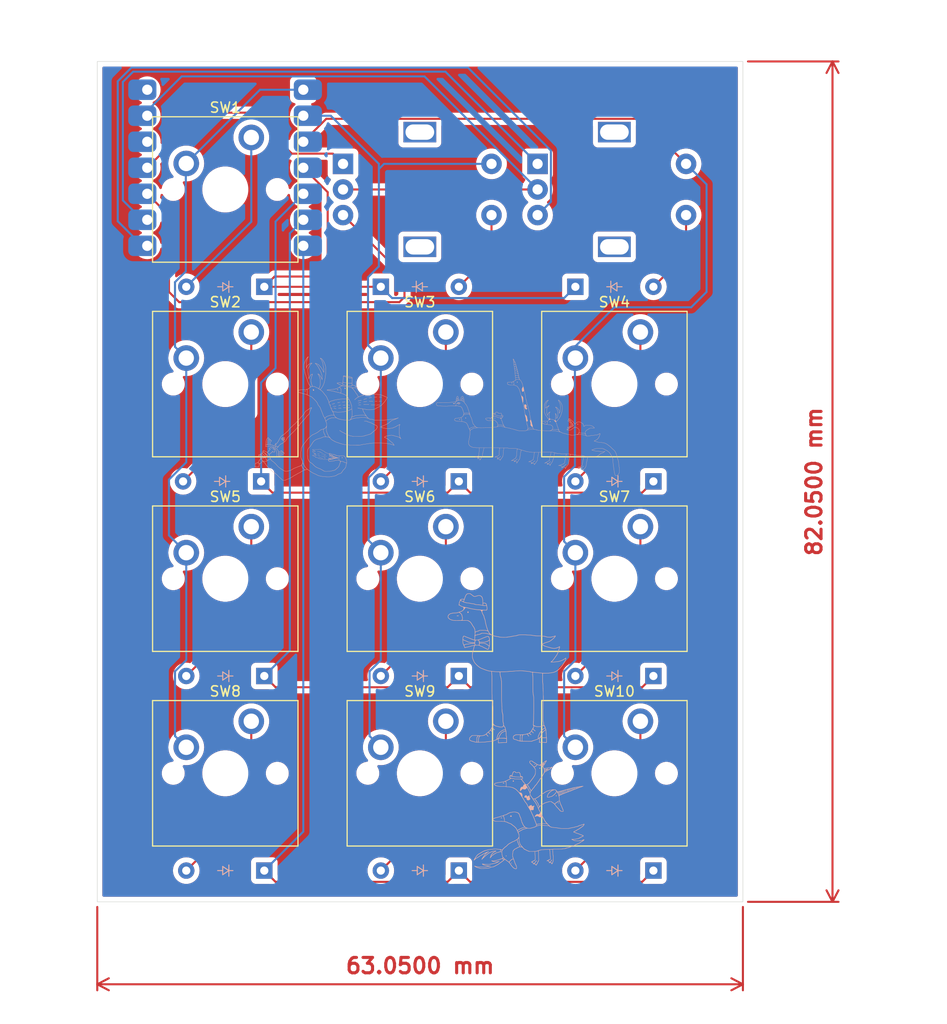
<source format=kicad_pcb>
(kicad_pcb (version 20240108) (generator "pcbnew") (generator_version "8.0")
  (layers (0 "F.Cu" signal) (31 "B.Cu" signal) (34 "B.Paste" user) (35 "F.Paste" user) (36 "B.SilkS" user "B.Silkscreen") (37 "F.SilkS" user "F.Silkscreen") (38 "B.Mask" user) (39 "F.Mask" user) (44 "Edge.Cuts" user))
  (net 0 "")
  (net 1 "Net-(D1-A)")
  (net 2 "ROW0")
  (net 3 "Net-(D2-A)")
  (net 4 "ROW1")
  (net 5 "Net-(D3-A)")
  (net 6 "Net-(D4-A)")
  (net 7 "Net-(D5-A)")
  (net 8 "ROW2")
  (net 9 "Net-(D6-A)")
  (net 10 "Net-(D7-A)")
  (net 11 "Net-(D8-A)")
  (net 12 "ROW3")
  (net 13 "Net-(D9-A)")
  (net 14 "Net-(D12-A)")
  (net 15 "COL0")
  (net 16 "GND")
  (net 18 "VCC")
  (net 19 "1pinS2")
  (net 20 "2pinS2")
  (net 21 "1pinS1")
  (net 22 "2pinS1")
  (net 23 "1pinA")
  (net 24 "1pinB")
  (net 25 "2pinB")
  (net 26 "2pinA")
  (footprint "ScottoKeebs_MX:MX_PCB_1.00u" (layer "F.Cu") (at 53.5 81.75)
    (property "Reference" "SW5" (at 0 -8 0) (layer "F.SilkS"))
    (property "Value" "SW_Push_45deg")
    (pad "" np_thru_hole circle (at -5.08 0) (size 1.75 1.75) (drill 1.75) (layers "*.Cu" "*.Mask"))
    (pad "" np_thru_hole circle (at 0 0) (size 4 4) (drill 4) (layers "*.Cu" "*.Mask"))
    (pad "" np_thru_hole circle (at 5.08 0) (size 1.75 1.75) (drill 1.75) (layers "*.Cu" "*.Mask"))
    (pad "1" thru_hole circle (at -3.81 -2.54) (size 2.5 2.5) (drill 1.5) (layers "*.Cu" "*.Mask") (net 15 "COL0"))
    (pad "2" thru_hole circle (at 2.54 -5.08) (size 2.5 2.5) (drill 1.5) (layers "*.Cu" "*.Mask") (net 7 "Net-(D5-A)"))
  )
  (footprint "ScottoKeebs_MX:MX_PCB_1.00u" (layer "F.Cu") (at 91.5 100.75)
    (property "Reference" "SW10" (at 0 -8 0) (layer "F.SilkS"))
    (property "Value" "SW_Push_45deg")
    (pad "" np_thru_hole circle (at -5.08 0) (size 1.75 1.75) (drill 1.75) (layers "*.Cu" "*.Mask"))
    (pad "" np_thru_hole circle (at 0 0) (size 4 4) (drill 4) (layers "*.Cu" "*.Mask"))
    (pad "" np_thru_hole circle (at 5.08 0) (size 1.75 1.75) (drill 1.75) (layers "*.Cu" "*.Mask"))
    (pad "1" thru_hole circle (at -3.81 -2.54) (size 2.5 2.5) (drill 1.5) (layers "*.Cu" "*.Mask") (net 20 "2pinS2"))
    (pad "2" thru_hole circle (at 2.54 -5.08) (size 2.5 2.5) (drill 1.5) (layers "*.Cu" "*.Mask") (net 14 "Net-(D12-A)"))
  )
  (footprint "ScottoKeebs_MX:MX_PCB_1.00u" (layer "F.Cu") (at 53.5 100.75)
    (property "Reference" "SW8" (at 0 -8 0) (layer "F.SilkS"))
    (property "Value" "SW_Push_45deg")
    (pad "" np_thru_hole circle (at -5.08 0) (size 1.75 1.75) (drill 1.75) (layers "*.Cu" "*.Mask"))
    (pad "" np_thru_hole circle (at 0 0) (size 4 4) (drill 4) (layers "*.Cu" "*.Mask"))
    (pad "" np_thru_hole circle (at 5.08 0) (size 1.75 1.75) (drill 1.75) (layers "*.Cu" "*.Mask"))
    (pad "1" thru_hole circle (at -3.81 -2.54) (size 2.5 2.5) (drill 1.5) (layers "*.Cu" "*.Mask") (net 15 "COL0"))
    (pad "2" thru_hole circle (at 2.54 -5.08) (size 2.5 2.5) (drill 1.5) (layers "*.Cu" "*.Mask") (net 11 "Net-(D8-A)"))
  )
  (footprint "ScottoKeebs_MX:MX_PCB_1.00u" (layer "F.Cu") (at 91.5 81.75)
    (property "Reference" "SW7" (at 0 -8 0) (layer "F.SilkS"))
    (property "Value" "SW_Push_45deg")
    (pad "" np_thru_hole circle (at -5.08 0) (size 1.75 1.75) (drill 1.75) (layers "*.Cu" "*.Mask"))
    (pad "" np_thru_hole circle (at 0 0) (size 4 4) (drill 4) (layers "*.Cu" "*.Mask"))
    (pad "" np_thru_hole circle (at 5.08 0) (size 1.75 1.75) (drill 1.75) (layers "*.Cu" "*.Mask"))
    (pad "1" thru_hole circle (at -3.81 -2.54) (size 2.5 2.5) (drill 1.5) (layers "*.Cu" "*.Mask") (net 20 "2pinS2"))
    (pad "2" thru_hole circle (at 2.54 -5.08) (size 2.5 2.5) (drill 1.5) (layers "*.Cu" "*.Mask") (net 10 "Net-(D7-A)"))
  )
  (footprint "ScottoKeebs_MX:MX_PCB_1.00u" (layer "F.Cu") (at 53.5 62.75)
    (property "Reference" "SW2" (at 0 -8 0) (layer "F.SilkS"))
    (property "Value" "SW_Push_45deg")
    (pad "" np_thru_hole circle (at -5.08 0) (size 1.75 1.75) (drill 1.75) (layers "*.Cu" "*.Mask"))
    (pad "" np_thru_hole circle (at 0 0) (size 4 4) (drill 4) (layers "*.Cu" "*.Mask"))
    (pad "" np_thru_hole circle (at 5.08 0) (size 1.75 1.75) (drill 1.75) (layers "*.Cu" "*.Mask"))
    (pad "1" thru_hole circle (at -3.81 -2.54) (size 2.5 2.5) (drill 1.5) (layers "*.Cu" "*.Mask") (net 15 "COL0"))
    (pad "2" thru_hole circle (at 2.54 -5.08) (size 2.5 2.5) (drill 1.5) (layers "*.Cu" "*.Mask") (net 3 "Net-(D2-A)"))
  )
  (footprint "ScottoKeebs_MX:MX_PCB_1.00u" (layer "F.Cu") (at 72.5 81.75)
    (property "Reference" "SW6" (at 0 -8 0) (layer "F.SilkS"))
    (property "Value" "SW_Push_45deg")
    (pad "" np_thru_hole circle (at -5.08 0) (size 1.75 1.75) (drill 1.75) (layers "*.Cu" "*.Mask"))
    (pad "" np_thru_hole circle (at 0 0) (size 4 4) (drill 4) (layers "*.Cu" "*.Mask"))
    (pad "" np_thru_hole circle (at 5.08 0) (size 1.75 1.75) (drill 1.75) (layers "*.Cu" "*.Mask"))
    (pad "1" thru_hole circle (at -3.81 -2.54) (size 2.5 2.5) (drill 1.5) (layers "*.Cu" "*.Mask") (net 19 "1pinS2"))
    (pad "2" thru_hole circle (at 2.54 -5.08) (size 2.5 2.5) (drill 1.5) (layers "*.Cu" "*.Mask") (net 9 "Net-(D6-A)"))
  )
  (footprint "ScottoKeebs_MX:MX_PCB_1.00u" (layer "F.Cu") (at 53.5 43.75)
    (property "Reference" "SW1" (at 0 -8 0) (layer "F.SilkS"))
    (property "Value" "SW_Push_45deg")
    (pad "" np_thru_hole circle (at -5.08 0) (size 1.75 1.75) (drill 1.75) (layers "*.Cu" "*.Mask"))
    (pad "" np_thru_hole circle (at 0 0) (size 4 4) (drill 4) (layers "*.Cu" "*.Mask"))
    (pad "" np_thru_hole circle (at 5.08 0) (size 1.75 1.75) (drill 1.75) (layers "*.Cu" "*.Mask"))
    (pad "1" thru_hole circle (at -3.81 -2.54) (size 2.5 2.5) (drill 1.5) (layers "*.Cu" "*.Mask") (net 15 "COL0"))
    (pad "2" thru_hole circle (at 2.54 -5.08) (size 2.5 2.5) (drill 1.5) (layers "*.Cu" "*.Mask") (net 1 "Net-(D1-A)"))
  )
  (footprint "ScottoKeebs_MX:MX_PCB_1.00u" (layer "F.Cu") (at 91.5 62.75)
    (property "Reference" "SW4" (at 0 -8 0) (layer "F.SilkS"))
    (property "Value" "SW_Push_45deg")
    (pad "" np_thru_hole circle (at -5.08 0) (size 1.75 1.75) (drill 1.75) (layers "*.Cu" "*.Mask"))
    (pad "" np_thru_hole circle (at 0 0) (size 4 4) (drill 4) (layers "*.Cu" "*.Mask"))
    (pad "" np_thru_hole circle (at 5.08 0) (size 1.75 1.75) (drill 1.75) (layers "*.Cu" "*.Mask"))
    (pad "1" thru_hole circle (at -3.81 -2.54) (size 2.5 2.5) (drill 1.5) (layers "*.Cu" "*.Mask") (net 20 "2pinS2"))
    (pad "2" thru_hole circle (at 2.54 -5.08) (size 2.5 2.5) (drill 1.5) (layers "*.Cu" "*.Mask") (net 6 "Net-(D4-A)"))
  )
  (footprint "ScottoKeebs_MX:MX_PCB_1.00u" (layer "F.Cu") (at 72.5 100.75)
    (property "Reference" "SW9" (at 0 -8 0) (layer "F.SilkS"))
    (property "Value" "SW_Push_45deg")
    (pad "" np_thru_hole circle (at -5.08 0) (size 1.75 1.75) (drill 1.75) (layers "*.Cu" "*.Mask"))
    (pad "" np_thru_hole circle (at 0 0) (size 4 4) (drill 4) (layers "*.Cu" "*.Mask"))
    (pad "" np_thru_hole circle (at 5.08 0) (size 1.75 1.75) (drill 1.75) (layers "*.Cu" "*.Mask"))
    (pad "1" thru_hole circle (at -3.81 -2.54) (size 2.5 2.5) (drill 1.5) (layers "*.Cu" "*.Mask") (net 19 "1pinS2"))
    (pad "2" thru_hole circle (at 2.54 -5.08) (size 2.5 2.5) (drill 1.5) (layers "*.Cu" "*.Mask") (net 13 "Net-(D9-A)"))
  )
  (footprint "ScottoKeebs_Scotto:Encoder_EC11_MX" (layer "F.Cu") (at 91.5 43.75)
    (property "Reference" "SW12" (hide yes))
    (property "Value" "RotaryEncoder_Switch" (hide yes))
    (pad "A" thru_hole rect (at -7.5 -2.5) (size 2 2) (drill 1) (layers "*.Cu" "*.Mask") (net 26 "2pinA"))
    (pad "B" thru_hole circle (at -7.5 2.5) (size 2 2) (drill 1) (layers "*.Cu" "*.Mask") (net 25 "2pinB"))
    (pad "C" thru_hole circle (at -7.5 0) (size 2 2) (drill 1) (layers "*.Cu" "*.Mask") (net 16 "GND"))
    (pad "MP" thru_hole rect (at 0 -5.6) (size 3.2 2) (drill oval 2.8 1.5) (layers "*.Cu" "*.Mask"))
    (pad "MP" thru_hole rect (at 0 5.6) (size 3.2 2) (drill oval 2.8 1.5) (layers "*.Cu" "*.Mask"))
    (pad "S1" thru_hole circle (at 7 2.5) (size 2 2) (drill 1) (layers "*.Cu" "*.Mask") (net 22 "2pinS1"))
    (pad "S2" thru_hole circle (at 7 -2.5) (size 2 2) (drill 1) (layers "*.Cu" "*.Mask") (net 20 "2pinS2"))
  )
  (footprint "ScottoKeebs_Scotto:Encoder_EC11_MX" (layer "F.Cu") (at 72.5 43.75)
    (property "Reference" "SW11" (hide yes))
    (property "Value" "RotaryEncoder_Switch" (hide yes))
    (pad "A" thru_hole rect (at -7.5 -2.5) (size 2 2) (drill 1) (layers "*.Cu" "*.Mask") (net 23 "1pinA"))
    (pad "B" thru_hole circle (at -7.5 2.5) (size 2 2) (drill 1) (layers "*.Cu" "*.Mask") (net 24 "1pinB"))
    (pad "C" thru_hole circle (at -7.5 0) (size 2 2) (drill 1) (layers "*.Cu" "*.Mask") (net 16 "GND"))
    (pad "MP" thru_hole rect (at 0 -5.6) (size 3.2 2) (drill oval 2.8 1.5) (layers "*.Cu" "*.Mask"))
    (pad "MP" thru_hole rect (at 0 5.6) (size 3.2 2) (drill oval 2.8 1.5) (layers "*.Cu" "*.Mask"))
    (pad "S1" thru_hole circle (at 7 2.5) (size 2 2) (drill 1) (layers "*.Cu" "*.Mask") (net 21 "1pinS1"))
    (pad "S2" thru_hole circle (at 7 -2.5) (size 2 2) (drill 1) (layers "*.Cu" "*.Mask") (net 19 "1pinS2"))
  )
  (footprint "ScottoKeebs_MX:MX_PCB_1.00u" (layer "F.Cu") (at 72.5 62.75)
    (property "Reference" "SW3" (at 0 -8 0) (layer "F.SilkS"))
    (property "Value" "SW_Push_45deg")
    (pad "" np_thru_hole circle (at -5.08 0) (size 1.75 1.75) (drill 1.75) (layers "*.Cu" "*.Mask"))
    (pad "" np_thru_hole circle (at 0 0) (size 4 4) (drill 4) (layers "*.Cu" "*.Mask"))
    (pad "" np_thru_hole circle (at 5.08 0) (size 1.75 1.75) (drill 1.75) (layers "*.Cu" "*.Mask"))
    (pad "1" thru_hole circle (at -3.81 -2.54) (size 2.5 2.5) (drill 1.5) (layers "*.Cu" "*.Mask") (net 19 "1pinS2"))
    (pad "2" thru_hole circle (at 2.54 -5.08) (size 2.5 2.5) (drill 1.5) (layers "*.Cu" "*.Mask") (net 5 "Net-(D3-A)"))
  )
  (footprint "ScottoKeebs_Components:Diode_DO-35" (layer "B.Cu") (at 87.69 53.25)
    (property "Reference" "D11" (hide yes))
    (property "Value" "D" (hide yes))
    (pad "1" thru_hole rect (at 0 0) (size 1.6 1.6) (drill 0.8) (layers "*.Cu" "*.Mask") (net 2 "ROW0"))
    (pad "2" thru_hole oval (at 7.62 0) (size 1.6 1.6) (drill 0.8) (layers "*.Cu" "*.Mask") (net 22 "2pinS1"))
  )
  (footprint "ScottoKeebs_Components:Diode_DO-35" (layer "B.Cu") (at 95.31 72.25 180)
    (property "Reference" "D4" (hide yes))
    (property "Value" "D" (hide yes))
    (pad "1" thru_hole rect (at 0 0 180) (size 1.6 1.6) (drill 0.8) (layers "*.Cu" "*.Mask") (net 4 "ROW1"))
    (pad "2" thru_hole oval (at 7.62 0 180) (size 1.6 1.6) (drill 0.8) (layers "*.Cu" "*.Mask") (net 6 "Net-(D4-A)"))
  )
  (footprint "ScottoKeebs_Components:Diode_DO-35" (layer "B.Cu") (at 76.31 110.25 180)
    (property "Reference" "D9" (hide yes))
    (property "Value" "D" (hide yes))
    (pad "1" thru_hole rect (at 0 0 180) (size 1.6 1.6) (drill 0.8) (layers "*.Cu" "*.Mask") (net 12 "ROW3"))
    (pad "2" thru_hole oval (at 7.62 0 180) (size 1.6 1.6) (drill 0.8) (layers "*.Cu" "*.Mask") (net 13 "Net-(D9-A)"))
  )
  (footprint "LOGO" (layer "B.Cu") (at 81 90.75 180)
    (property "Reference" "G***" (hide yes))
    (property "Value" "LOGO" (hide yes))
  )
  (footprint "ScottoKeebs_Components:Diode_DO-35" (layer "B.Cu") (at 57 72.25 180)
    (property "Reference" "D2" (hide yes))
    (property "Value" "D" (hide yes))
    (pad "1" thru_hole rect (at 0 0 180) (size 1.6 1.6) (drill 0.8) (layers "*.Cu" "*.Mask") (net 4 "ROW1"))
    (pad "2" thru_hole oval (at 7.62 0 180) (size 1.6 1.6) (drill 0.8) (layers "*.Cu" "*.Mask") (net 3 "Net-(D2-A)"))
  )
  (footprint "ScottoKeebs_Components:Diode_DO-35" (layer "B.Cu") (at 57.31 91.25 180)
    (property "Reference" "D5" (hide yes))
    (property "Value" "D" (hide yes))
    (pad "1" thru_hole rect (at 0 0 180) (size 1.6 1.6) (drill 0.8) (layers "*.Cu" "*.Mask") (net 8 "ROW2"))
    (pad "2" thru_hole oval (at 7.62 0 180) (size 1.6 1.6) (drill 0.8) (layers "*.Cu" "*.Mask") (net 7 "Net-(D5-A)"))
  )
  (footprint "ScottoKeebs_Components:Diode_DO-35" (layer "B.Cu") (at 76.31 91.25 180)
    (property "Reference" "D6" (hide yes))
    (property "Value" "D" (hide yes))
    (pad "1" thru_hole rect (at 0 0 180) (size 1.6 1.6) (drill 0.8) (layers "*.Cu" "*.Mask") (net 8 "ROW2"))
    (pad "2" thru_hole oval (at 7.62 0 180) (size 1.6 1.6) (drill 0.8) (layers "*.Cu" "*.Mask") (net 9 "Net-(D6-A)"))
  )
  (footprint "ScottoKeebs_Components:Diode_DO-35" (layer "B.Cu") (at 68.69 53.25)
    (property "Reference" "D10" (hide yes))
    (property "Value" "D" (hide yes))
    (pad "1" thru_hole rect (at 0 0) (size 1.6 1.6) (drill 0.8) (layers "*.Cu" "*.Mask") (net 2 "ROW0"))
    (pad "2" thru_hole oval (at 7.62 0) (size 1.6 1.6) (drill 0.8) (layers "*.Cu" "*.Mask") (net 21 "1pinS1"))
  )
  (footprint "ScottoKeebs_Components:Diode_DO-35" (layer "B.Cu") (at 95.31 91.25 180)
    (property "Reference" "D7" (hide yes))
    (property "Value" "D" (hide yes))
    (pad "1" thru_hole rect (at 0 0 180) (size 1.6 1.6) (drill 0.8) (layers "*.Cu" "*.Mask") (net 8 "ROW2"))
    (pad "2" thru_hole oval (at 7.62 0 180) (size 1.6 1.6) (drill 0.8) (layers "*.Cu" "*.Mask") (net 10 "Net-(D7-A)"))
  )
  (footprint "LOGO" (layer "B.Cu") (at 83 104.75 180)
    (property "Reference" "G***" (hide yes))
    (property "Value" "LOGO" (hide yes))
  )
  (footprint "ScottoKeebs_MCU:Seeed_XIAO_RP2040" (layer "B.Cu") (at 53.5 41.63 180)
    (property "Reference" "U2" (hide yes))
    (property "Value" "MOUDLE-SEEEDUINO-XIAO")
    (pad "1" smd roundrect (at -8.065 7.62 180) (size 2.75 2) (layers "B.Cu" "B.Paste" "B.Mask") (net 15 "COL0"))
    (pad "1" thru_hole rect (at -7.62 7.62 90) (size 1.6 1.6) (drill 1) (layers "*.Cu" "*.Mask") (net 15 "COL0"))
    (pad "2" smd roundrect (at -8.065 5.08 180) (size 2.75 2) (layers "B.Cu" "B.Paste" "B.Mask") (net 19 "1pinS2"))
    (pad "2" thru_hole circle (at -7.62 5.08 90) (size 1.6 1.6) (drill 1) (layers "*.Cu" "*.Mask") (net 19 "1pinS2"))
    (pad "3" smd roundrect (at -8.065 2.54 180) (size 2.75 2) (layers "B.Cu" "B.Paste" "B.Mask") (net 20 "2pinS2"))
    (pad "3" thru_hole circle (at -7.62 2.54 90) (size 1.6 1.6) (drill 1) (layers "*.Cu" "*.Mask") (net 20 "2pinS2"))
    (pad "4" smd roundrect (at -8.065 0 180) (size 2.75 2) (layers "B.Cu" "B.Paste" "B.Mask") (net 2 "ROW0"))
    (pad "4" thru_hole circle (at -7.62 0 90) (size 1.6 1.6) (drill 1) (layers "*.Cu" "*.Mask") (net 2 "ROW0"))
    (pad "5" smd roundrect (at -8.065 -2.54 180) (size 2.75 2) (layers "B.Cu" "B.Paste" "B.Mask") (net 4 "ROW1"))
    (pad "5" thru_hole circle (at -7.62 -2.54 90) (size 1.6 1.6) (drill 1) (layers "*.Cu" "*.Mask") (net 4 "ROW1"))
    (pad "6" smd roundrect (at -8.065 -5.08 180) (size 2.75 2) (layers "B.Cu" "B.Paste" "B.Mask") (net 8 "ROW2"))
    (pad "6" thru_hole circle (at -7.62 -5.08 90) (size 1.6 1.6) (drill 1) (layers "*.Cu" "*.Mask") (net 8 "ROW2"))
    (pad "7" smd roundrect (at -8.065 -7.62 180) (size 2.75 2) (layers "B.Cu" "B.Paste" "B.Mask") (net 12 "ROW3"))
    (pad "7" thru_hole circle (at -7.62 -7.62 90) (size 1.6 1.6) (drill 1) (layers "*.Cu" "*.Mask") (net 12 "ROW3"))
    (pad "8" thru_hole circle (at 7.62 -7.62 90) (size 1.6 1.6) (drill 1) (layers "*.Cu" "*.Mask") (net 25 "2pinB"))
    (pad "8" smd roundrect (at 8.1 -7.62 180) (size 2.75 2) (layers "B.Cu" "B.Paste" "B.Mask") (net 25 "2pinB"))
    (pad "9" thru_hole circle (at 7.62 -5.08 90) (size 1.6 1.6) (drill 1) (layers "*.Cu" "*.Mask") (net 26 "2pinA"))
    (pad "9" smd roundrect (at 8.1 -5.08 180) (size 2.75 2) (layers "B.Cu" "B.Paste" "B.Mask") (net 26 "2pinA"))
    (pad "10" thru_hole circle (at 7.62 -2.54 90) (size 1.6 1.6) (drill 1) (layers "*.Cu" "*.Mask") (net 24 "1pinB"))
    (pad "10" smd roundrect (at 8.1 -2.54 180) (size 2.75 2) (layers "B.Cu" "B.Paste" "B.Mask") (net 24 "1pinB"))
    (pad "11" thru_hole circle (at 7.62 0 90) (size 1.6 1.6) (drill 1) (layers "*.Cu" "*.Mask") (net 23 "1pinA"))
    (pad "11" smd roundrect (at 8.1 0 180) (size 2.75 2) (layers "B.Cu" "B.Paste" "B.Mask") (net 23 "1pinA"))
    (pad "12" thru_hole circle (at 7.62 2.54 90) (size 1.6 1.6) (drill 1) (layers "*.Cu" "*.Mask"))
    (pad "12" smd roundrect (at 8.1 2.54 180) (size 2.75 2) (layers "B.Cu" "B.Paste" "B.Mask"))
    (pad "13" thru_hole circle (at 7.62 5.08 90) (size 1.6 1.6) (drill 1) (layers "*.Cu" "*.Mask") (net 16 "GND"))
    (pad "13" smd roundrect (at 8.1 5.08 180) (size 2.75 2) (layers "B.Cu" "B.Paste" "B.Mask") (net 16 "GND"))
    (pad "14" thru_hole circle (at 7.62 7.62 90) (size 1.6 1.6) (drill 1) (layers "*.Cu" "*.Mask") (net 18 "VCC"))
    (pad "14" smd roundrect (at 8.1 7.62 180) (size 2.75 2) (layers "B.Cu" "B.Paste" "B.Mask") (net 18 "VCC"))
  )
  (footprint "ScottoKeebs_Components:Diode_DO-35" (layer "B.Cu") (at 57.31 110.25 180)
    (property "Reference" "D8" (hide yes))
    (property "Value" "D" (hide yes))
    (pad "1" thru_hole rect (at 0 0 180) (size 1.6 1.6) (drill 0.8) (layers "*.Cu" "*.Mask") (net 12 "ROW3"))
    (pad "2" thru_hole oval (at 7.62 0 180) (size 1.6 1.6) (drill 0.8) (layers "*.Cu" "*.Mask") (net 11 "Net-(D8-A)"))
  )
  (footprint "LOGO" (layer "B.Cu") (at 63.5 66.25 180)
    (property "Reference" "G***" (hide yes))
    (property "Value" "LOGO" (hide yes))
  )
  (footprint "ScottoKeebs_Components:Diode_DO-35" (layer "B.Cu") (at 57.31 53.25 180)
    (property "Reference" "D1" (hide yes))
    (property "Value" "D" (hide yes))
    (pad "1" thru_hole rect (at 0 0 180) (size 1.6 1.6) (drill 0.8) (layers "*.Cu" "*.Mask") (net 2 "ROW0"))
    (pad "2" thru_hole oval (at 7.62 0 180) (size 1.6 1.6) (drill 0.8) (layers "*.Cu" "*.Mask") (net 1 "Net-(D1-A)"))
  )
  (footprint "LOGO" (layer "B.Cu") (at 83 66.25 180)
    (property "Reference" "G***" (hide yes))
    (property "Value" "LOGO" (hide yes))
  )
  (footprint "ScottoKeebs_Components:Diode_DO-35" (layer "B.Cu") (at 95.31 110.25 180)
    (property "Reference" "D12" (hide yes))
    (property "Value" "D" (hide yes))
    (pad "1" thru_hole rect (at 0 0 180) (size 1.6 1.6) (drill 0.8) (layers "*.Cu" "*.Mask") (net 12 "ROW3"))
    (pad "2" thru_hole oval (at 7.62 0 180) (size 1.6 1.6) (drill 0.8) (layers "*.Cu" "*.Mask") (net 14 "Net-(D12-A)"))
  )
  (footprint "ScottoKeebs_Components:Diode_DO-35" (layer "B.Cu") (at 76.31 72.25 180)
    (property "Reference" "D3" (hide yes))
    (property "Value" "D" (hide yes))
    (pad "1" thru_hole rect (at 0 0 180) (size 1.6 1.6) (drill 0.8) (layers "*.Cu" "*.Mask") (net 4 "ROW1"))
    (pad "2" thru_hole oval (at 7.62 0 180) (size 1.6 1.6) (drill 0.8) (layers "*.Cu" "*.Mask") (net 5 "Net-(D3-A)"))
  )
  (gr_rect (start 41 31.25) (end 104.05 113.3) (stroke (width 0.05)) (fill none) (layer "Edge.Cuts"))
  (dimension (type aligned) (layer "F.Cu") (pts (xy 104.05 31.25) (xy 104.05 113.3)) (height -8.75) (gr_text "82.0500 mm" (at 111 72.275 90) (layer "F.Cu") (effects (font (size 1.5 1.5) (thickness 0.3)))) (format (prefix "") (suffix "") (units 3) (units_format 1) (precision 4)) (style (thickness 0.2) (arrow_length 1.27) (text_position_mode 0) (extension_height 0.58642) (extension_offset 0.5) keep_text_aligned))
  (dimension (type aligned) (layer "F.Cu") (pts (xy 41 113.3) (xy 104.05 113.3)) (height 8.049999) (gr_text "63.0500 mm" (at 72.525 119.549999 0) (layer "F.Cu") (effects (font (size 1.5 1.5) (thickness 0.3)))) (format (prefix "") (suffix "") (units 3) (units_format 1) (precision 4)) (style (thickness 0.2) (arrow_length 1.27) (text_position_mode 0) (extension_height 0.58642) (extension_offset 0.5) keep_text_aligned))
  (segment (start 56.04 38.67) (end 56.04 46.9) (width 0.2) (layer "B.Cu") (net 1))
  (segment (start 56.04 46.9) (end 49.69 53.25) (width 0.2) (layer "B.Cu") (net 1))
  (segment (start 58.31 52.25) (end 57.31 53.25) (width 0.2) (layer "F.Cu") (net 2))
  (segment (start 63.5 44.01) (end 63.5 52.25) (width 0.2) (layer "F.Cu") (net 2))
  (segment (start 61.12 41.63) (end 63.5 44.01) (width 0.2) (layer "F.Cu") (net 2))
  (segment (start 63.5 52.25) (end 58.31 52.25) (width 0.2) (layer "F.Cu") (net 2))
  (segment (start 57.31 53.25) (end 68.69 53.25) (width 0.2) (layer "F.Cu") (net 2))
  (segment (start 68.69 53.25) (end 69.79 54.35) (width 0.2) (layer "B.Cu") (net 2))
  (segment (start 86.59 54.35) (end 87.69 53.25) (width 0.2) (layer "B.Cu") (net 2))
  (segment (start 69.79 54.35) (end 86.59 54.35) (width 0.2) (layer "B.Cu") (net 2))
  (segment (start 56.04 65.59) (end 56.04 57.67) (width 0.2) (layer "F.Cu") (net 3))
  (segment (start 49.38 72.25) (end 56.04 65.59) (width 0.2) (layer "F.Cu") (net 3))
  (segment (start 58.1 73.35) (end 75.21 73.35) (width 0.2) (layer "F.Cu") (net 4))
  (segment (start 94.21 73.35) (end 95.31 72.25) (width 0.2) (layer "F.Cu") (net 4))
  (segment (start 75.21 73.35) (end 76.31 72.25) (width 0.2) (layer "F.Cu") (net 4))
  (segment (start 77.41 73.35) (end 94.21 73.35) (width 0.2) (layer "F.Cu") (net 4))
  (segment (start 57 72.25) (end 58.1 73.35) (width 0.2) (layer "F.Cu") (net 4))
  (segment (start 76.31 72.25) (end 77.41 73.35) (width 0.2) (layer "F.Cu") (net 4))
  (segment (start 58.41 46.88) (end 58.41 61.187588) (width 0.2) (layer "B.Cu") (net 4))
  (segment (start 61.12 44.17) (end 58.41 46.88) (width 0.2) (layer "B.Cu") (net 4))
  (segment (start 57 62.597588) (end 57 72.25) (width 0.2) (layer "B.Cu") (net 4))
  (segment (start 58.41 61.187588) (end 57 62.597588) (width 0.2) (layer "B.Cu") (net 4))
  (segment (start 68.69 72.25) (end 75.04 65.9) (width 0.2) (layer "F.Cu") (net 5))
  (segment (start 75.04 65.9) (end 75.04 57.67) (width 0.2) (layer "F.Cu") (net 5))
  (segment (start 87.69 72.25) (end 94.04 65.9) (width 0.2) (layer "F.Cu") (net 6))
  (segment (start 94.04 65.9) (end 94.04 57.67) (width 0.2) (layer "F.Cu") (net 6))
  (segment (start 49.69 91.25) (end 56.04 84.9) (width 0.2) (layer "F.Cu") (net 7))
  (segment (start 56.04 84.9) (end 56.04 76.67) (width 0.2) (layer "F.Cu") (net 7))
  (segment (start 75.21 92.35) (end 76.31 91.25) (width 0.2) (layer "F.Cu") (net 8))
  (segment (start 57.31 91.25) (end 58.41 92.35) (width 0.2) (layer "F.Cu") (net 8))
  (segment (start 76.31 91.25) (end 77.41 92.35) (width 0.2) (layer "F.Cu") (net 8))
  (segment (start 58.41 92.35) (end 75.21 92.35) (width 0.2) (layer "F.Cu") (net 8))
  (segment (start 94.21 92.35) (end 95.31 91.25) (width 0.2) (layer "F.Cu") (net 8))
  (segment (start 77.41 92.35) (end 94.21 92.35) (width 0.2) (layer "F.Cu") (net 8))
  (segment (start 61.12 46.71) (end 59.805 48.025) (width 0.2) (layer "B.Cu") (net 8))
  (segment (start 59.805 48.025) (end 59.805 88.755) (width 0.2) (layer "B.Cu") (net 8))
  (segment (start 59.805 88.755) (end 57.31 91.25) (width 0.2) (layer "B.Cu") (net 8))
  (segment (start 75.04 84.9) (end 75.04 76.67) (width 0.2) (layer "F.Cu") (net 9))
  (segment (start 68.69 91.25) (end 75.04 84.9) (width 0.2) (layer "F.Cu") (net 9))
  (segment (start 87.69 91.25) (end 94.04 84.9) (width 0.2) (layer "F.Cu") (net 10))
  (segment (start 94.04 84.9) (end 94.04 76.67) (width 0.2) (layer "F.Cu") (net 10))
  (segment (start 56.04 103.9) (end 56.04 95.67) (width 0.2) (layer "F.Cu") (net 11))
  (segment (start 49.69 110.25) (end 56.04 103.9) (width 0.2) (layer "F.Cu") (net 11))
  (segment (start 77.41 111.35) (end 94.21 111.35) (width 0.2) (layer "F.Cu") (net 12))
  (segment (start 76.31 110.25) (end 77.41 111.35) (width 0.2) (layer "F.Cu") (net 12))
  (segment (start 57.31 110.25) (end 58.41 111.35) (width 0.2) (layer "F.Cu") (net 12))
  (segment (start 58.41 111.35) (end 75.21 111.35) (width 0.2) (layer "F.Cu") (net 12))
  (segment (start 75.21 111.35) (end 76.31 110.25) (width 0.2) (layer "F.Cu") (net 12))
  (segment (start 94.21 111.35) (end 95.31 110.25) (width 0.2) (layer "F.Cu") (net 12))
  (segment (start 61.12 49.25) (end 61.12 106.44) (width 0.2) (layer "B.Cu") (net 12))
  (segment (start 61.12 106.44) (end 57.31 110.25) (width 0.2) (layer "B.Cu") (net 12))
  (segment (start 75.04 103.9) (end 75.04 95.67) (width 0.2) (layer "F.Cu") (net 13))
  (segment (start 68.69 110.25) (end 75.04 103.9) (width 0.2) (layer "F.Cu") (net 13))
  (segment (start 94.04 103.9) (end 94.04 95.67) (width 0.2) (layer "F.Cu") (net 14))
  (segment (start 87.69 110.25) (end 94.04 103.9) (width 0.2) (layer "F.Cu") (net 14))
  (segment (start 48.59 90.794365) (end 48.59 97.11) (width 0.2) (layer "B.Cu") (net 15))
  (segment (start 49.645 51.739365) (end 48.59 52.794365) (width 0.2) (layer "B.Cu") (net 15))
  (segment (start 48.59 52.794365) (end 48.59 59.11) (width 0.2) (layer "B.Cu") (net 15))
  (segment (start 48 72.074365) (end 48 77.52) (width 0.2) (layer "B.Cu") (net 15))
  (segment (start 49.69 70.384365) (end 48 72.074365) (width 0.2) (layer "B.Cu") (net 15))
  (segment (start 49.645 41.255) (end 49.645 51.739365) (width 0.2) (layer "B.Cu") (net 15))
  (segment (start 61.12 34.01) (end 56.89 34.01) (width 0.2) (layer "B.Cu") (net 15))
  (segment (start 49.69 79.21) (end 49.69 89.694365) (width 0.2) (layer "B.Cu") (net 15))
  (segment (start 48.59 59.11) (end 49.69 60.21) (width 0.2) (layer "B.Cu") (net 15))
  (segment (start 49.69 89.694365) (end 48.59 90.794365) (width 0.2) (layer "B.Cu") (net 15))
  (segment (start 49.69 41.21) (end 49.645 41.255) (width 0.2) (layer "B.Cu") (net 15))
  (segment (start 48 77.52) (end 49.69 79.21) (width 0.2) (layer "B.Cu") (net 15))
  (segment (start 48.59 97.11) (end 49.69 98.21) (width 0.2) (layer "B.Cu") (net 15))
  (segment (start 49.69 60.21) (end 49.69 70.384365) (width 0.2) (layer "B.Cu") (net 15))
  (segment (start 56.89 34.01) (end 49.69 41.21) (width 0.2) (layer "B.Cu") (net 15))
  (segment (start 65 43.75) (end 84 43.75) (width 0.2) (layer "F.Cu") (net 16))
  (segment (start 84 43.75) (end 72.96 32.71) (width 0.2) (layer "B.Cu") (net 16))
  (segment (start 49.24 32.71) (end 45.4 36.55) (width 0.2) (layer "B.Cu") (net 16))
  (segment (start 72.96 32.71) (end 49.24 32.71) (width 0.2) (layer "B.Cu") (net 16))
  (segment (start 68.69 79.21) (end 68.69 89.694365) (width 0.2) (layer "B.Cu") (net 19))
  (segment (start 68.69 89.694365) (end 67.59 90.794365) (width 0.2) (layer "B.Cu") (net 19))
  (segment (start 68.69 60.21) (end 68.69 70.694365) (width 0.2) (layer "B.Cu") (net 19))
  (segment (start 67.59 97.11) (end 68.69 98.21) (width 0.2) (layer "B.Cu") (net 19))
  (segment (start 69 41.25) (end 79.5 41.25) (width 0.2) (layer "B.Cu") (net 19))
  (segment (start 61.565 36.55) (end 63.8 36.55) (width 0.2) (layer "B.Cu") (net 19))
  (segment (start 67.5 78.02) (end 68.69 79.21) (width 0.2) (layer "B.Cu") (net 19))
  (segment (start 67.440001 52.309999) (end 67.440001 58.960001) (width 0.2) (layer "B.Cu") (net 19))
  (segment (start 67.440001 58.960001) (end 68.69 60.21) (width 0.2) (layer "B.Cu") (net 19))
  (segment (start 67.5 71.884365) (end 67.5 78.02) (width 0.2) (layer "B.Cu") (net 19))
  (segment (start 68.69 70.694365) (end 67.5 71.884365) (width 0.2) (layer "B.Cu") (net 19))
  (segment (start 68.5 41.25) (end 68.5 51.25) (width 0.2) (layer "B.Cu") (net 19))
  (segment (start 67.59 90.794365) (end 67.59 97.11) (width 0.2) (layer "B.Cu") (net 19))
  (segment (start 68.5 51.25) (end 67.440001 52.309999) (width 0.2) (layer "B.Cu") (net 19))
  (segment (start 68.5 41.75) (end 69 41.25) (width 0.2) (layer "B.Cu") (net 19))
  (segment (start 63.8 36.55) (end 68.5 41.25) (width 0.2) (layer "B.Cu") (net 19))
  (segment (start 94.1 36.85) (end 98.5 41.25) (width 0.2) (layer "F.Cu") (net 20))
  (segment (start 61.12 39.09) (end 63.36 36.85) (width 0.2) (layer "F.Cu") (net 20))
  (segment (start 63.36 36.85) (end 94.1 36.85) (width 0.2) (layer "F.Cu") (net 20))
  (segment (start 99 55.25) (end 100.5 53.75) (width 0.2) (layer "B.Cu") (net 20))
  (segment (start 100.5 43.25) (end 98.5 41.25) (width 0.2) (layer "B.Cu") (net 20))
  (segment (start 86.59 78.11) (end 87.69 79.21) (width 0.2) (layer "B.Cu") (net 20))
  (segment (start 87.645 60.255) (end 87.645 70.739365) (width 0.2) (layer "B.Cu") (net 20))
  (segment (start 100.5 53.75) (end 100.5 43.25) (width 0.2) (layer "B.Cu") (net 20))
  (segment (start 87.69 79.21) (end 87.69 89.694365) (width 0.2) (layer "B.Cu") (net 20))
  (segment (start 87.645 70.739365) (end 86.59 71.794365) (width 0.2) (layer "B.Cu") (net 20))
  (segment (start 87.69 59.06) (end 91.5 55.25) (width 0.2) (layer "B.Cu") (net 20))
  (segment (start 87.69 60.21) (end 87.69 59.06) (width 0.2) (layer "B.Cu") (net 20))
  (segment (start 87.69 60.21) (end 87.645 60.255) (width 0.2) (layer "B.Cu") (net 20))
  (segment (start 86.59 90.794365) (end 86.59 97.11) (width 0.2) (layer "B.Cu") (net 20))
  (segment (start 87.69 89.694365) (end 86.59 90.794365) (width 0.2) (layer "B.Cu") (net 20))
  (segment (start 86.59 71.794365) (end 86.59 78.11) (width 0.2) (layer "B.Cu") (net 20))
  (segment (start 91.5 55.25) (end 99 55.25) (width 0.2) (layer "B.Cu") (net 20))
  (segment (start 86.59 97.11) (end 87.69 98.21) (width 0.2) (layer "B.Cu") (net 20))
  (segment (start 79.5 50.06) (end 79.5 46.25) (width 0.2) (layer "F.Cu") (net 21))
  (segment (start 76.31 53.25) (end 79.5 50.06) (width 0.2) (layer "F.Cu") (net 21))
  (segment (start 95.31 53.25) (end 98.5 50.06) (width 0.2) (layer "F.Cu") (net 22))
  (segment (start 98.5 50.06) (end 98.5 46.25) (width 0.2) (layer "F.Cu") (net 22))
  (segment (start 51.26 36.25) (end 58 36.25) (width 0.2) (layer "F.Cu") (net 23))
  (segment (start 60 40.25) (end 64 40.25) (width 0.2) (layer "F.Cu") (net 23))
  (segment (start 45.88 41.63) (end 51.26 36.25) (width 0.2) (layer "F.Cu") (net 23))
  (segment (start 59 39.25) (end 60 40.25) (width 0.2) (layer "F.Cu") (net 23))
  (segment (start 64 40.25) (end 65 41.25) (width 0.2) (layer "F.Cu") (net 23))
  (segment (start 58 36.25) (end 59 37.25) (width 0.2) (layer "F.Cu") (net 23))
  (segment (start 59 37.25) (end 59 39.25) (width 0.2) (layer "F.Cu") (net 23))
  (segment (start 45.88 44.17) (end 48 46.29) (width 0.2) (layer "F.Cu") (net 24))
  (segment (start 48 46.29) (end 48 53.75) (width 0.2) (layer "F.Cu") (net 24))
  (segment (start 48 53.75) (end 49 54.75) (width 0.2) (layer "F.Cu") (net 24))
  (segment (start 49 54.75) (end 70.5 54.75) (width 0.2) (layer "F.Cu") (net 24))
  (segment (start 71 52.25) (end 65 46.25) (width 0.2) (layer "F.Cu") (net 24))
  (segment (start 70.5 54.75) (end 71 54.25) (width 0.2) (layer "F.Cu") (net 24))
  (segment (start 71 54.25) (end 71 52.25) (width 0.2) (layer "F.Cu") (net 24))
  (segment (start 85.3 39.95) (end 77.2 31.85) (width 0.2) (layer "B.Cu") (net 25))
  (segment (start 85.3 44.95) (end 85.3 39.95) (width 0.2) (layer "B.Cu") (net 25))
  (segment (start 44.334314 31.85) (end 43 33.184314) (width 0.2) (layer "B.Cu") (net 25))
  (segment (start 77.2 31.85) (end 44.334314 31.85) (width 0.2) (layer "B.Cu") (net 25))
  (segment (start 84 46.25) (end 85.3 44.95) (width 0.2) (layer "B.Cu") (net 25))
  (segment (start 43 33.184314) (end 43 46.85) (width 0.2) (layer "B.Cu") (net 25))
  (segment (start 43 46.85) (end 45.4 49.25) (width 0.2) (layer "B.Cu") (net 25))
  (segment (start 44.5 32.25) (end 43.5 33.25) (width 0.2) (layer "B.Cu") (net 26))
  (segment (start 43.5 33.25) (end 43.5 44.81) (width 0.2) (layer "B.Cu") (net 26))
  (segment (start 43.5 44.81) (end 45.4 46.71) (width 0.2) (layer "B.Cu") (net 26))
  (segment (start 84 41.25) (end 75 32.25) (width 0.2) (layer "B.Cu") (net 26))
  (segment (start 75 32.25) (end 44.5 32.25) (width 0.2) (layer "B.Cu") (net 26))
  (zone (net 0) (net_name "") (layers "F&B.Cu") (connect_pads (clearance 0.5)) (min_thickness 0.25) (fill yes (thermal_gap 0.5) (thermal_bridge_width 0.5) (island_removal_mode 1) (island_area_min 10))
    (polygon (pts (xy 112 25.75) (xy 32 25.25) (xy 31.5 125.25) (xy 124 124.75)))
  )
)
</source>
